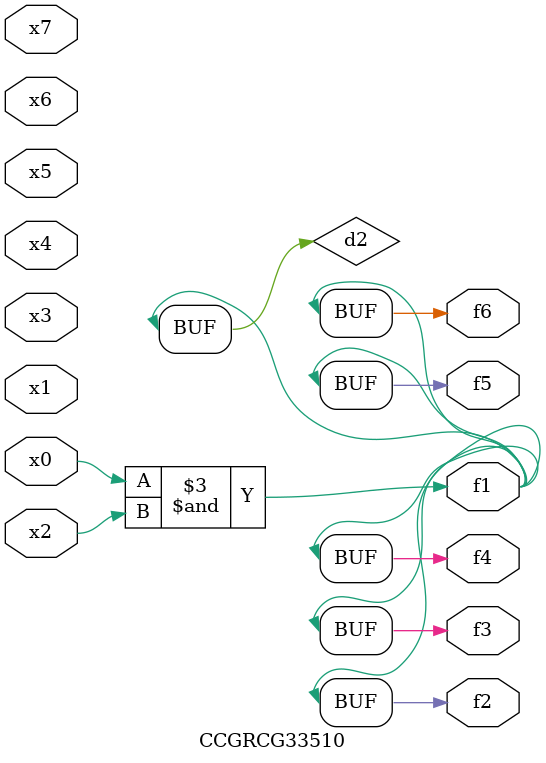
<source format=v>
module CCGRCG33510(
	input x0, x1, x2, x3, x4, x5, x6, x7,
	output f1, f2, f3, f4, f5, f6
);

	wire d1, d2;

	nor (d1, x3, x6);
	and (d2, x0, x2);
	assign f1 = d2;
	assign f2 = d2;
	assign f3 = d2;
	assign f4 = d2;
	assign f5 = d2;
	assign f6 = d2;
endmodule

</source>
